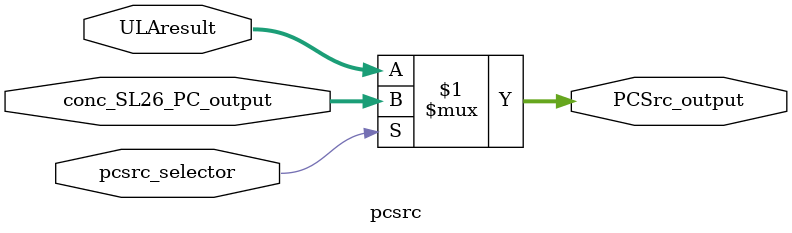
<source format=v>
module pcsrc(
    input wire pcsrc_selector,

    input wire [31:0] ULAresult,                   // - 0
    input wire [31:0] conc_SL26_PC_output,         // - 1

    output wire [31:0] PCSrc_output
);

    assign PCSrc_output = pcsrc_selector ? conc_SL26_PC_output : ULAresult;

endmodule

</source>
